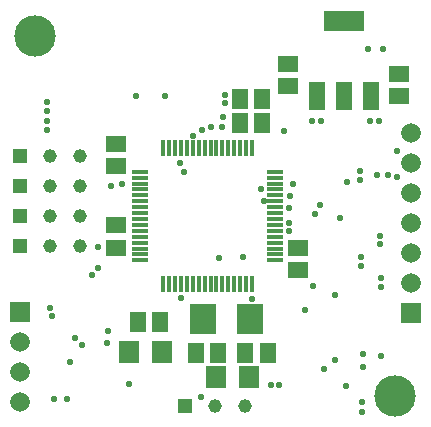
<source format=gbs>
G04 Layer_Color=16711935*
%FSLAX24Y24*%
%MOIN*%
G70*
G01*
G75*
%ADD67R,0.0575X0.0654*%
%ADD68R,0.0654X0.0575*%
%ADD69R,0.0654X0.0654*%
%ADD71C,0.1378*%
%ADD72C,0.0463*%
%ADD73R,0.0463X0.0463*%
%ADD74R,0.0463X0.0463*%
%ADD75C,0.0654*%
%ADD76C,0.0213*%
%ADD77R,0.0157X0.0574*%
%ADD78R,0.0574X0.0157*%
%ADD79R,0.0693X0.0772*%
%ADD80R,0.0850X0.1008*%
%ADD81R,0.0535X0.0929*%
%ADD82R,0.1362X0.0693*%
D67*
X4518Y3543D02*
D03*
X5266D02*
D03*
X8091Y2534D02*
D03*
X8839D02*
D03*
X7190D02*
D03*
X6442D02*
D03*
X7918Y10974D02*
D03*
X8666D02*
D03*
X7918Y10187D02*
D03*
X8666D02*
D03*
D68*
X9843Y5285D02*
D03*
Y6033D02*
D03*
X3789Y9498D02*
D03*
Y8750D02*
D03*
X3789Y6024D02*
D03*
Y6772D02*
D03*
X13214Y11073D02*
D03*
Y11821D02*
D03*
X9523Y11412D02*
D03*
Y12160D02*
D03*
D69*
X591Y3886D02*
D03*
X13632Y3856D02*
D03*
D71*
X13091Y1083D02*
D03*
X1083Y13091D02*
D03*
D72*
X8087Y763D02*
D03*
X7087D02*
D03*
X2575Y6087D02*
D03*
Y7087D02*
D03*
Y8087D02*
D03*
Y9087D02*
D03*
X1575Y6087D02*
D03*
Y7087D02*
D03*
Y8087D02*
D03*
Y9087D02*
D03*
D73*
X6087Y763D02*
D03*
D74*
X575Y6087D02*
D03*
Y7087D02*
D03*
Y8087D02*
D03*
Y9087D02*
D03*
D75*
X591Y886D02*
D03*
Y1886D02*
D03*
Y2886D02*
D03*
X13632Y5856D02*
D03*
Y4856D02*
D03*
Y6856D02*
D03*
Y7856D02*
D03*
Y8856D02*
D03*
Y9856D02*
D03*
D76*
X6348Y9769D02*
D03*
X6939Y10064D02*
D03*
X7308Y10039D02*
D03*
X6644Y9966D02*
D03*
X8312Y4326D02*
D03*
X3986Y8169D02*
D03*
X3617Y8095D02*
D03*
X5428Y11083D02*
D03*
X4454Y11097D02*
D03*
X5930Y8858D02*
D03*
X6053Y8563D02*
D03*
X10581Y7456D02*
D03*
X13140Y9252D02*
D03*
Y8391D02*
D03*
X12697Y12648D02*
D03*
X12180D02*
D03*
X12844Y8465D02*
D03*
X12475D02*
D03*
X11983Y566D02*
D03*
Y886D02*
D03*
X2165Y984D02*
D03*
X3200Y5340D02*
D03*
X12008Y2485D02*
D03*
Y2067D02*
D03*
X7406Y10851D02*
D03*
Y11122D02*
D03*
X7234Y5684D02*
D03*
X3494Y2854D02*
D03*
X3519Y3248D02*
D03*
X3002Y5118D02*
D03*
X1722Y984D02*
D03*
X2239Y2215D02*
D03*
X8022Y5709D02*
D03*
X10728Y1993D02*
D03*
X11097Y4454D02*
D03*
X11959Y5438D02*
D03*
Y5733D02*
D03*
X11270Y7037D02*
D03*
X12549Y10261D02*
D03*
X11934Y8588D02*
D03*
X12623Y4724D02*
D03*
X12598Y6152D02*
D03*
X2436Y3027D02*
D03*
X8637Y7972D02*
D03*
X5955Y4355D02*
D03*
X2657Y2781D02*
D03*
X1575Y4011D02*
D03*
X1649Y3765D02*
D03*
X10359Y4749D02*
D03*
X11073Y2288D02*
D03*
X12623Y2411D02*
D03*
X11442Y1427D02*
D03*
X4208Y1476D02*
D03*
X3174Y6053D02*
D03*
X10335Y10261D02*
D03*
X10605D02*
D03*
X9227Y1452D02*
D03*
X8957D02*
D03*
X12598Y6422D02*
D03*
X12623Y5020D02*
D03*
X11934Y8292D02*
D03*
X12254Y10261D02*
D03*
X11491Y8219D02*
D03*
X10408Y7160D02*
D03*
X9400Y9916D02*
D03*
X1476Y10261D02*
D03*
Y10581D02*
D03*
X7357Y10384D02*
D03*
X9561Y7371D02*
D03*
X1476Y10901D02*
D03*
Y9966D02*
D03*
X10093Y3966D02*
D03*
X9695Y8169D02*
D03*
X9572Y7751D02*
D03*
X8711Y7579D02*
D03*
X9547Y6841D02*
D03*
X9547Y6576D02*
D03*
X6608Y1055D02*
D03*
D77*
X8317Y9341D02*
D03*
X8120D02*
D03*
X7923D02*
D03*
X7726D02*
D03*
X7530D02*
D03*
X7333D02*
D03*
X7136D02*
D03*
X6939D02*
D03*
X6742D02*
D03*
X6545D02*
D03*
X6348D02*
D03*
X6152D02*
D03*
X5955D02*
D03*
X5758D02*
D03*
X5561D02*
D03*
X5364D02*
D03*
X5364Y4833D02*
D03*
X5561D02*
D03*
X5758D02*
D03*
X5955D02*
D03*
X6152D02*
D03*
X6348D02*
D03*
X6545D02*
D03*
X6742D02*
D03*
X6939D02*
D03*
X7136D02*
D03*
X7333D02*
D03*
X7530D02*
D03*
X7726D02*
D03*
X7923D02*
D03*
X8120D02*
D03*
X8317D02*
D03*
D78*
X9094Y5610D02*
D03*
Y5807D02*
D03*
Y6004D02*
D03*
Y6201D02*
D03*
Y6398D02*
D03*
Y6594D02*
D03*
Y6791D02*
D03*
Y6988D02*
D03*
Y7185D02*
D03*
Y7382D02*
D03*
Y7579D02*
D03*
Y7776D02*
D03*
Y7972D02*
D03*
Y8169D02*
D03*
Y8366D02*
D03*
Y8563D02*
D03*
X4587D02*
D03*
Y8366D02*
D03*
Y8169D02*
D03*
Y7972D02*
D03*
Y7776D02*
D03*
Y7579D02*
D03*
Y7382D02*
D03*
Y7185D02*
D03*
Y6988D02*
D03*
Y6791D02*
D03*
Y6594D02*
D03*
Y6398D02*
D03*
Y6201D02*
D03*
Y6004D02*
D03*
Y5807D02*
D03*
Y5610D02*
D03*
D79*
X5315Y2559D02*
D03*
X4213D02*
D03*
X8228Y1722D02*
D03*
X7126D02*
D03*
D80*
X8268Y3642D02*
D03*
X6693D02*
D03*
D81*
X10487Y11083D02*
D03*
X11393D02*
D03*
X12298D02*
D03*
D82*
X11393Y13602D02*
D03*
M02*

</source>
